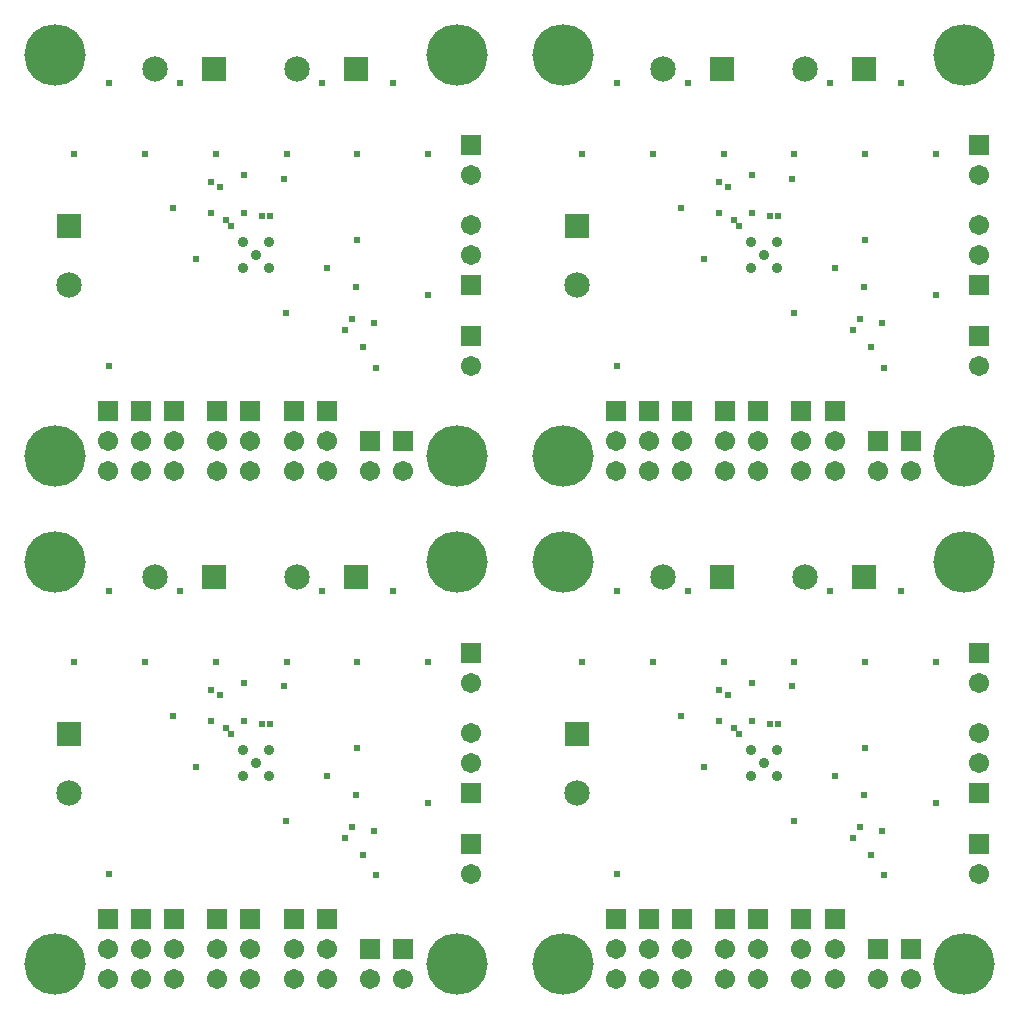
<source format=gbs>
%MOIN*%
%OFA0B0*%
%FSLAX25Y25*%
%IPPOS*%
%LPD*%
%ADD24C,0.06706*%
%ADD25R,0.06706X0.06706*%
%ADD26C,0.08477*%
%ADD27R,0.08477X0.08477*%
%ADD28R,0.08477X0.08477*%
%ADD29C,0.20485000000000003*%
%ADD30C,0.02375*%
%ADD31C,0.03556*%
%ADD42C,0.06706*%
%ADD43R,0.06706X0.06706*%
%ADD44C,0.08477*%
%ADD45R,0.08477X0.08477*%
%ADD46R,0.08477X0.08477*%
%ADD47C,0.20485000000000003*%
%ADD48C,0.02375*%
%ADD49C,0.03556*%
%ADD50C,0.06706*%
%ADD51R,0.06706X0.06706*%
%ADD52C,0.08477*%
%ADD53R,0.08477X0.08477*%
%ADD54R,0.08477X0.08477*%
%ADD55C,0.20485000000000003*%
%ADD56C,0.02375*%
%ADD57C,0.03556*%
%ADD58C,0.06706*%
%ADD59R,0.06706X0.06706*%
%ADD60C,0.08477*%
%ADD61R,0.08477X0.08477*%
%ADD62R,0.08477X0.08477*%
%ADD63C,0.20485000000000003*%
%ADD64C,0.02375*%
%ADD65C,0.03556*%
G01*
G75*
D24*
X0116929Y0243149D02*
D03*
X0127953Y0243149D02*
D03*
X0102362Y0243149D02*
D03*
X0102362Y0253148D02*
D03*
X0091337Y0243149D02*
D03*
X0091337Y0253148D02*
D03*
X0076772Y0243149D02*
D03*
X0076772Y0253148D02*
D03*
X0065748Y0243149D02*
D03*
X0065748Y0253148D02*
D03*
X0051575Y0243149D02*
D03*
X0051575Y0253148D02*
D03*
X0040551Y0243149D02*
D03*
X0040551Y0253148D02*
D03*
X0029528Y0243149D02*
D03*
X0029528Y0253148D02*
D03*
X0150393Y0324960D02*
D03*
X0150393Y0314960D02*
D03*
X0150393Y0278189D02*
D03*
X0150393Y0341574D02*
D03*
D25*
X0116929Y0253148D02*
D03*
X0127953Y0253148D02*
D03*
X0102362Y0263149D02*
D03*
X0091337Y0263149D02*
D03*
X0076772Y0263149D02*
D03*
X0065748Y0263149D02*
D03*
X0051575Y0263149D02*
D03*
X0040551Y0263149D02*
D03*
X0029528Y0263149D02*
D03*
X0150393Y0304959D02*
D03*
X0150393Y0288188D02*
D03*
X0150393Y0351574D02*
D03*
D26*
X0016535Y0305119D02*
D03*
X0092521Y0377165D02*
D03*
X0045276Y0377165D02*
D03*
D27*
X0016535Y0324804D02*
D03*
D28*
X0112206Y0377165D02*
D03*
X0064961Y0377165D02*
D03*
D29*
X0011811Y0248030D02*
D03*
X0145669Y0381889D02*
D03*
X0011811Y0381889D02*
D03*
X0145669Y0248030D02*
D03*
D30*
X0136221Y0348818D02*
D03*
X0136221Y0301574D02*
D03*
X0124408Y0372441D02*
D03*
X0112599Y0348818D02*
D03*
X0100787Y0372441D02*
D03*
X0088976Y0348818D02*
D03*
X0065354Y0348818D02*
D03*
X0053542Y0372441D02*
D03*
X0041732Y0348818D02*
D03*
X0029920Y0372441D02*
D03*
X0018110Y0348818D02*
D03*
X0029920Y0277952D02*
D03*
X0068701Y0326755D02*
D03*
X0070472Y0324803D02*
D03*
X0083465Y0327952D02*
D03*
X0080709Y0327952D02*
D03*
X0074803Y0329133D02*
D03*
X0063975Y0328936D02*
D03*
X0058858Y0313778D02*
D03*
X0088779Y0295669D02*
D03*
X0118700Y0277559D02*
D03*
X0110827Y0293700D02*
D03*
X0108464Y0290157D02*
D03*
X0114370Y0284448D02*
D03*
X0118307Y0292322D02*
D03*
X0088189Y0340551D02*
D03*
X0063778Y0339370D02*
D03*
X0051181Y0330708D02*
D03*
X0102362Y0310630D02*
D03*
X0112205Y0304330D02*
D03*
X0074803Y0341732D02*
D03*
X0112598Y0320077D02*
D03*
X0066929Y0337795D02*
D03*
D31*
X0074409Y0310630D02*
D03*
X0074409Y0319291D02*
D03*
X0078740Y0314960D02*
D03*
X0083071Y0310630D02*
D03*
X0083071Y0319291D02*
D03*
G04 next file*
G04*
G04 #@! TF.GenerationSoftware,Altium Limited,Altium Designer,21.7.2 (23)*
G04*
G04 Layer_Color=16711935*
G04 skipping 70
G04*
G04 #@! TF.SameCoordinates,4C6A6D40-5D94-4475-8A21-F7F3A9D7BEC8*
G04*
G04*
G04 #@! TF.FilePolarity,Negative*
G04*
G01*
G75*
D42*
X0286220Y0243149D02*
D03*
X0297244Y0243149D02*
D03*
X0271652Y0243149D02*
D03*
X0271652Y0253148D02*
D03*
X0260630Y0243149D02*
D03*
X0260630Y0253148D02*
D03*
X0246063Y0243149D02*
D03*
X0246063Y0253148D02*
D03*
X0235039Y0243149D02*
D03*
X0235039Y0253148D02*
D03*
X0220866Y0243149D02*
D03*
X0220866Y0253148D02*
D03*
X0209842Y0243149D02*
D03*
X0209842Y0253148D02*
D03*
X0198818Y0243149D02*
D03*
X0198818Y0253148D02*
D03*
X0319685Y0324960D02*
D03*
X0319685Y0314960D02*
D03*
X0319685Y0278189D02*
D03*
X0319685Y0341574D02*
D03*
D43*
X0286220Y0253148D02*
D03*
X0297244Y0253148D02*
D03*
X0271652Y0263149D02*
D03*
X0260630Y0263149D02*
D03*
X0246063Y0263149D02*
D03*
X0235039Y0263149D02*
D03*
X0220866Y0263149D02*
D03*
X0209842Y0263149D02*
D03*
X0198818Y0263149D02*
D03*
X0319685Y0304959D02*
D03*
X0319685Y0288188D02*
D03*
X0319685Y0351574D02*
D03*
D44*
X0185826Y0305119D02*
D03*
X0261811Y0377165D02*
D03*
X0214567Y0377165D02*
D03*
D45*
X0185826Y0324804D02*
D03*
D46*
X0281497Y0377165D02*
D03*
X0234252Y0377165D02*
D03*
D47*
X0181102Y0248030D02*
D03*
X0314960Y0381889D02*
D03*
X0181102Y0381889D02*
D03*
X0314960Y0248030D02*
D03*
D48*
X0305512Y0348818D02*
D03*
X0305512Y0301574D02*
D03*
X0293700Y0372441D02*
D03*
X0281890Y0348818D02*
D03*
X0270078Y0372441D02*
D03*
X0258266Y0348818D02*
D03*
X0234645Y0348818D02*
D03*
X0222834Y0372441D02*
D03*
X0211023Y0348818D02*
D03*
X0199212Y0372441D02*
D03*
X0187401Y0348818D02*
D03*
X0199212Y0277952D02*
D03*
X0237991Y0326755D02*
D03*
X0239763Y0324803D02*
D03*
X0252755Y0327952D02*
D03*
X0250000Y0327952D02*
D03*
X0244094Y0329133D02*
D03*
X0233266Y0328936D02*
D03*
X0228148Y0313778D02*
D03*
X0258070Y0295669D02*
D03*
X0287992Y0277559D02*
D03*
X0280118Y0293700D02*
D03*
X0277756Y0290157D02*
D03*
X0283661Y0284448D02*
D03*
X0287598Y0292322D02*
D03*
X0257479Y0340551D02*
D03*
X0233070Y0339370D02*
D03*
X0220472Y0330708D02*
D03*
X0271652Y0310630D02*
D03*
X0281496Y0304330D02*
D03*
X0244094Y0341732D02*
D03*
X0281889Y0320077D02*
D03*
X0236220Y0337795D02*
D03*
D49*
X0243701Y0310630D02*
D03*
X0243701Y0319291D02*
D03*
X0248030Y0314960D02*
D03*
X0252362Y0310630D02*
D03*
X0252362Y0319291D02*
D03*
G04 next file*
G04*
G04 #@! TF.GenerationSoftware,Altium Limited,Altium Designer,21.7.2 (23)*
G04*
G04 Layer_Color=16711935*
G04 skipping 70
G04*
G04 #@! TF.SameCoordinates,4C6A6D40-5D94-4475-8A21-F7F3A9D7BEC8*
G04*
G04*
G04 #@! TF.FilePolarity,Negative*
G04*
G01*
G75*
D50*
X0116929Y0073858D02*
D03*
X0127953Y0073858D02*
D03*
X0102362Y0073858D02*
D03*
X0102362Y0083858D02*
D03*
X0091337Y0073858D02*
D03*
X0091337Y0083858D02*
D03*
X0076772Y0073858D02*
D03*
X0076772Y0083858D02*
D03*
X0065748Y0073858D02*
D03*
X0065748Y0083858D02*
D03*
X0051575Y0073858D02*
D03*
X0051575Y0083858D02*
D03*
X0040551Y0073858D02*
D03*
X0040551Y0083858D02*
D03*
X0029528Y0073858D02*
D03*
X0029528Y0083858D02*
D03*
X0150393Y0155669D02*
D03*
X0150393Y0145669D02*
D03*
X0150393Y0108898D02*
D03*
X0150393Y0172283D02*
D03*
D51*
X0116929Y0083858D02*
D03*
X0127953Y0083858D02*
D03*
X0102362Y0093858D02*
D03*
X0091337Y0093858D02*
D03*
X0076772Y0093858D02*
D03*
X0065748Y0093858D02*
D03*
X0051575Y0093858D02*
D03*
X0040551Y0093858D02*
D03*
X0029528Y0093858D02*
D03*
X0150393Y0135669D02*
D03*
X0150393Y0118897D02*
D03*
X0150393Y0182283D02*
D03*
D52*
X0016535Y0135828D02*
D03*
X0092521Y0207873D02*
D03*
X0045276Y0207873D02*
D03*
D53*
X0016535Y0155513D02*
D03*
D54*
X0112206Y0207873D02*
D03*
X0064961Y0207873D02*
D03*
D55*
X0011811Y0078740D02*
D03*
X0145669Y0212598D02*
D03*
X0011811Y0212598D02*
D03*
X0145669Y0078740D02*
D03*
D56*
X0136221Y0179528D02*
D03*
X0136221Y0132282D02*
D03*
X0124408Y0203150D02*
D03*
X0112599Y0179528D02*
D03*
X0100787Y0203150D02*
D03*
X0088976Y0179528D02*
D03*
X0065354Y0179528D02*
D03*
X0053542Y0203150D02*
D03*
X0041732Y0179528D02*
D03*
X0029920Y0203150D02*
D03*
X0018110Y0179528D02*
D03*
X0029920Y0108661D02*
D03*
X0068701Y0157464D02*
D03*
X0070472Y0155512D02*
D03*
X0083465Y0158661D02*
D03*
X0080709Y0158661D02*
D03*
X0074803Y0159841D02*
D03*
X0063975Y0159644D02*
D03*
X0058858Y0144488D02*
D03*
X0088779Y0126377D02*
D03*
X0118700Y0108268D02*
D03*
X0110827Y0124408D02*
D03*
X0108464Y0120866D02*
D03*
X0114370Y0115157D02*
D03*
X0118307Y0123031D02*
D03*
X0088189Y0171260D02*
D03*
X0063778Y0170079D02*
D03*
X0051181Y0161417D02*
D03*
X0102362Y0141339D02*
D03*
X0112205Y0135039D02*
D03*
X0074803Y0172441D02*
D03*
X0112598Y0150787D02*
D03*
X0066929Y0168504D02*
D03*
D57*
X0074409Y0141339D02*
D03*
X0074409Y0149999D02*
D03*
X0078740Y0145669D02*
D03*
X0083071Y0141339D02*
D03*
X0083071Y0149999D02*
D03*
G04 next file*
G04*
G04 #@! TF.GenerationSoftware,Altium Limited,Altium Designer,21.7.2 (23)*
G04*
G04 Layer_Color=16711935*
G04 skipping 70
G04*
G04 #@! TF.SameCoordinates,4C6A6D40-5D94-4475-8A21-F7F3A9D7BEC8*
G04*
G04*
G04 #@! TF.FilePolarity,Negative*
G04*
G01*
G75*
D58*
X0286220Y0073858D02*
D03*
X0297244Y0073858D02*
D03*
X0271652Y0073858D02*
D03*
X0271652Y0083858D02*
D03*
X0260630Y0073858D02*
D03*
X0260630Y0083858D02*
D03*
X0246063Y0073858D02*
D03*
X0246063Y0083858D02*
D03*
X0235039Y0073858D02*
D03*
X0235039Y0083858D02*
D03*
X0220866Y0073858D02*
D03*
X0220866Y0083858D02*
D03*
X0209842Y0073858D02*
D03*
X0209842Y0083858D02*
D03*
X0198818Y0073858D02*
D03*
X0198818Y0083858D02*
D03*
X0319685Y0155669D02*
D03*
X0319685Y0145669D02*
D03*
X0319685Y0108898D02*
D03*
X0319685Y0172283D02*
D03*
D59*
X0286220Y0083858D02*
D03*
X0297244Y0083858D02*
D03*
X0271652Y0093858D02*
D03*
X0260630Y0093858D02*
D03*
X0246063Y0093858D02*
D03*
X0235039Y0093858D02*
D03*
X0220866Y0093858D02*
D03*
X0209842Y0093858D02*
D03*
X0198818Y0093858D02*
D03*
X0319685Y0135669D02*
D03*
X0319685Y0118897D02*
D03*
X0319685Y0182283D02*
D03*
D60*
X0185826Y0135828D02*
D03*
X0261811Y0207873D02*
D03*
X0214567Y0207873D02*
D03*
D61*
X0185826Y0155513D02*
D03*
D62*
X0281497Y0207873D02*
D03*
X0234252Y0207873D02*
D03*
D63*
X0181102Y0078740D02*
D03*
X0314960Y0212598D02*
D03*
X0181102Y0212598D02*
D03*
X0314960Y0078740D02*
D03*
D64*
X0305512Y0179528D02*
D03*
X0305512Y0132282D02*
D03*
X0293700Y0203150D02*
D03*
X0281890Y0179528D02*
D03*
X0270078Y0203150D02*
D03*
X0258266Y0179528D02*
D03*
X0234645Y0179528D02*
D03*
X0222834Y0203150D02*
D03*
X0211023Y0179528D02*
D03*
X0199212Y0203150D02*
D03*
X0187401Y0179528D02*
D03*
X0199212Y0108661D02*
D03*
X0237991Y0157464D02*
D03*
X0239763Y0155512D02*
D03*
X0252755Y0158661D02*
D03*
X0250000Y0158661D02*
D03*
X0244094Y0159841D02*
D03*
X0233266Y0159644D02*
D03*
X0228148Y0144488D02*
D03*
X0258070Y0126377D02*
D03*
X0287992Y0108268D02*
D03*
X0280118Y0124408D02*
D03*
X0277756Y0120866D02*
D03*
X0283661Y0115157D02*
D03*
X0287598Y0123031D02*
D03*
X0257479Y0171260D02*
D03*
X0233070Y0170079D02*
D03*
X0220472Y0161417D02*
D03*
X0271652Y0141339D02*
D03*
X0281496Y0135039D02*
D03*
X0244094Y0172441D02*
D03*
X0281889Y0150787D02*
D03*
X0236220Y0168504D02*
D03*
D65*
X0243701Y0141339D02*
D03*
X0243701Y0149999D02*
D03*
X0248030Y0145669D02*
D03*
X0252362Y0141339D02*
D03*
X0252362Y0149999D02*
D03*
M02*
</source>
